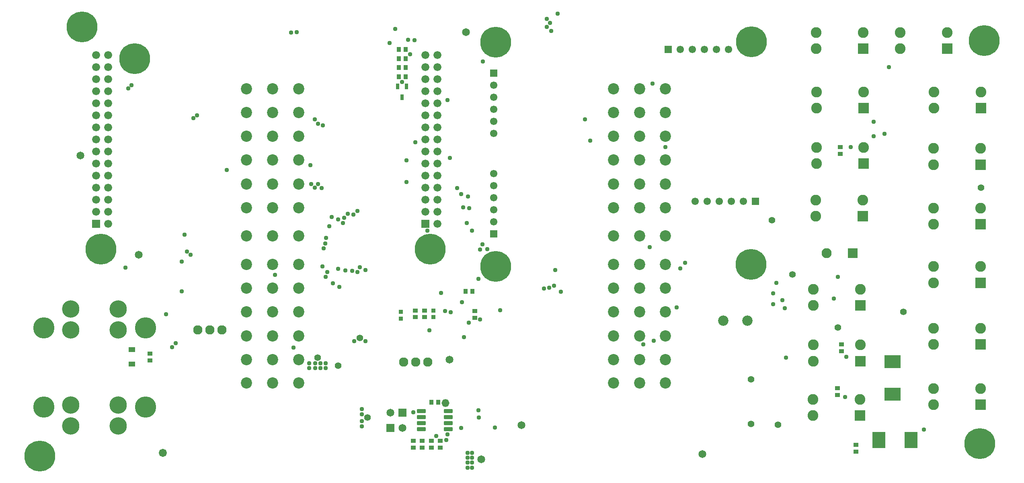
<source format=gbs>
G04*
G04 #@! TF.GenerationSoftware,Altium Limited,Altium Designer,22.10.1 (41)*
G04*
G04 Layer_Color=16711935*
%FSLAX23Y23*%
%MOIN*%
G70*
G04*
G04 #@! TF.SameCoordinates,75F1CFA2-9E1D-427A-8FB2-C6D19FE5AEEE*
G04*
G04*
G04 #@! TF.FilePolarity,Negative*
G04*
G01*
G75*
%ADD46R,0.034X0.041*%
%ADD49R,0.036X0.036*%
%ADD50R,0.041X0.037*%
%ADD51R,0.041X0.034*%
%ADD55R,0.037X0.041*%
G04:AMPARAMS|DCode=61|XSize=32mil|YSize=71mil|CornerRadius=5mil|HoleSize=0mil|Usage=FLASHONLY|Rotation=270.000|XOffset=0mil|YOffset=0mil|HoleType=Round|Shape=RoundedRectangle|*
%AMROUNDEDRECTD61*
21,1,0.032,0.061,0,0,270.0*
21,1,0.022,0.071,0,0,270.0*
1,1,0.010,-0.031,-0.011*
1,1,0.010,-0.031,0.011*
1,1,0.010,0.031,0.011*
1,1,0.010,0.031,-0.011*
%
%ADD61ROUNDEDRECTD61*%
%ADD65C,0.144*%
%ADD66C,0.093*%
%ADD67C,0.077*%
%ADD68C,0.065*%
%ADD69R,0.065X0.065*%
%ADD70C,0.061*%
%ADD71R,0.061X0.061*%
%ADD72C,0.066*%
%ADD73R,0.066X0.066*%
%ADD74C,0.086*%
%ADD75R,0.089X0.089*%
%ADD76C,0.089*%
%ADD77C,0.083*%
%ADD78R,0.083X0.083*%
%ADD79R,0.061X0.061*%
%ADD80O,0.065X0.065*%
%ADD81O,0.065X0.067*%
%ADD82C,0.037*%
%ADD83C,0.056*%
%ADD84C,0.256*%
%ADD85C,0.176*%
%ADD129R,0.136X0.106*%
%ADD130R,0.106X0.136*%
%ADD131R,0.053X0.041*%
%ADD132R,0.053X0.041*%
%ADD133R,0.030X0.051*%
D46*
X3724Y1611D02*
D03*
X3668D02*
D03*
D49*
X3415Y2358D02*
D03*
Y2303D02*
D03*
X3685Y2315D02*
D03*
Y2370D02*
D03*
D50*
X3535Y2315D02*
D03*
Y2370D02*
D03*
X3610Y2315D02*
D03*
Y2370D02*
D03*
X4026Y2365D02*
D03*
Y2310D02*
D03*
X3516Y1232D02*
D03*
Y1288D02*
D03*
X3591Y1232D02*
D03*
Y1288D02*
D03*
X3666D02*
D03*
Y1232D02*
D03*
D51*
X7035Y1725D02*
D03*
Y1670D02*
D03*
X7188Y1199D02*
D03*
Y1255D02*
D03*
X7058Y3726D02*
D03*
Y3670D02*
D03*
X7068Y2089D02*
D03*
Y2033D02*
D03*
X1335Y2013D02*
D03*
Y1957D02*
D03*
X3741Y1232D02*
D03*
Y1288D02*
D03*
D55*
X4008Y2528D02*
D03*
X3952D02*
D03*
X3397Y4310D02*
D03*
X3453D02*
D03*
X3397Y4535D02*
D03*
X3453D02*
D03*
Y4460D02*
D03*
X3397D02*
D03*
X3453Y4385D02*
D03*
X3397D02*
D03*
D61*
X3585Y1385D02*
D03*
Y1435D02*
D03*
Y1485D02*
D03*
Y1535D02*
D03*
X3808Y1385D02*
D03*
Y1435D02*
D03*
Y1485D02*
D03*
Y1535D02*
D03*
D65*
X678Y2384D02*
D03*
Y2211D02*
D03*
X1072Y2384D02*
D03*
Y2211D02*
D03*
Y1412D02*
D03*
Y1585D02*
D03*
X678Y1412D02*
D03*
Y1585D02*
D03*
D66*
X2352Y2988D02*
D03*
Y1768D02*
D03*
X2135D02*
D03*
X2568Y1964D02*
D03*
X2135Y3224D02*
D03*
Y4208D02*
D03*
X2352D02*
D03*
X2568D02*
D03*
X2135Y4012D02*
D03*
X2352D02*
D03*
X2568D02*
D03*
X2135Y3815D02*
D03*
X2352D02*
D03*
X2568D02*
D03*
X2135Y3618D02*
D03*
X2352D02*
D03*
X2568D02*
D03*
X2135Y3421D02*
D03*
X2352D02*
D03*
X2568D02*
D03*
X2352Y3224D02*
D03*
X2568D02*
D03*
X2135Y2988D02*
D03*
X2568D02*
D03*
X2135Y2752D02*
D03*
X2352D02*
D03*
X2568D02*
D03*
X2135Y2555D02*
D03*
X2352D02*
D03*
X2568D02*
D03*
X2135Y2358D02*
D03*
X2352D02*
D03*
X2568D02*
D03*
X2135Y2161D02*
D03*
X2352D02*
D03*
X2135Y1964D02*
D03*
X2352D02*
D03*
X2568Y1768D02*
D03*
Y2161D02*
D03*
X5176Y2752D02*
D03*
X5393Y3815D02*
D03*
Y4012D02*
D03*
X5176Y4208D02*
D03*
X5393D02*
D03*
X5609D02*
D03*
X5176Y4012D02*
D03*
X5609D02*
D03*
X5176Y3815D02*
D03*
X5609D02*
D03*
X5176Y3618D02*
D03*
X5393D02*
D03*
X5609D02*
D03*
X5176Y3421D02*
D03*
X5393D02*
D03*
X5609D02*
D03*
X5176Y3224D02*
D03*
X5393D02*
D03*
X5609D02*
D03*
X5176Y2988D02*
D03*
X5393D02*
D03*
X5609D02*
D03*
X5393Y2752D02*
D03*
X5609D02*
D03*
X5176Y2555D02*
D03*
X5393D02*
D03*
X5609D02*
D03*
X5176Y2358D02*
D03*
X5609D02*
D03*
X5176Y2161D02*
D03*
X5393D02*
D03*
X5609D02*
D03*
X5176Y1964D02*
D03*
X5393D02*
D03*
X5609D02*
D03*
X5176Y1768D02*
D03*
X5609D02*
D03*
X5393Y2358D02*
D03*
Y1768D02*
D03*
D67*
X1731Y2211D02*
D03*
X1831D02*
D03*
X1931D02*
D03*
X3636Y1943D02*
D03*
X3536D02*
D03*
X3436D02*
D03*
D68*
X3819Y1964D02*
D03*
X1240Y2832D02*
D03*
X3428Y1396D02*
D03*
X3328Y1524D02*
D03*
X5915Y1180D02*
D03*
X3954Y4680D02*
D03*
X4081Y1137D02*
D03*
X4415Y1419D02*
D03*
X756Y3657D02*
D03*
D69*
X3328Y1396D02*
D03*
X3428Y1524D02*
D03*
D70*
X6130Y4535D02*
D03*
X6030D02*
D03*
X5930D02*
D03*
X5830D02*
D03*
X5730D02*
D03*
X5855Y3275D02*
D03*
X5955D02*
D03*
X6055D02*
D03*
X6155D02*
D03*
X6255D02*
D03*
X4185Y4240D02*
D03*
Y4140D02*
D03*
Y4040D02*
D03*
Y3940D02*
D03*
Y3840D02*
D03*
Y3105D02*
D03*
Y3205D02*
D03*
Y3305D02*
D03*
Y3405D02*
D03*
Y3505D02*
D03*
D71*
X5630Y4535D02*
D03*
X6355Y3275D02*
D03*
D72*
X3618Y3290D02*
D03*
Y3390D02*
D03*
X3718Y4490D02*
D03*
Y4390D02*
D03*
X3618Y4490D02*
D03*
Y4390D02*
D03*
X3718Y4290D02*
D03*
Y4190D02*
D03*
Y4090D02*
D03*
Y3990D02*
D03*
Y3890D02*
D03*
Y3790D02*
D03*
Y3690D02*
D03*
Y3590D02*
D03*
Y3490D02*
D03*
Y3390D02*
D03*
Y3290D02*
D03*
Y3190D02*
D03*
Y3090D02*
D03*
X3618Y4290D02*
D03*
Y4190D02*
D03*
Y4090D02*
D03*
Y3990D02*
D03*
Y3890D02*
D03*
Y3790D02*
D03*
Y3690D02*
D03*
Y3590D02*
D03*
Y3490D02*
D03*
Y3190D02*
D03*
X989Y4490D02*
D03*
Y4390D02*
D03*
X889Y4490D02*
D03*
Y4390D02*
D03*
X989Y4290D02*
D03*
Y4190D02*
D03*
Y4090D02*
D03*
Y3990D02*
D03*
Y3790D02*
D03*
Y3690D02*
D03*
Y3590D02*
D03*
Y3490D02*
D03*
Y3390D02*
D03*
Y3290D02*
D03*
Y3190D02*
D03*
Y3090D02*
D03*
X889Y4290D02*
D03*
Y4190D02*
D03*
Y4090D02*
D03*
Y3990D02*
D03*
Y3890D02*
D03*
Y3790D02*
D03*
Y3690D02*
D03*
Y3490D02*
D03*
Y3390D02*
D03*
Y3290D02*
D03*
Y3190D02*
D03*
X989Y3890D02*
D03*
X889Y3590D02*
D03*
D73*
X3618Y3090D02*
D03*
X889D02*
D03*
D74*
X6086Y2287D02*
D03*
X6286D02*
D03*
D75*
X7249Y4543D02*
D03*
X7223Y2413D02*
D03*
X7244Y3152D02*
D03*
X7250Y3590D02*
D03*
X8221Y2601D02*
D03*
X8220Y2090D02*
D03*
X8225Y4050D02*
D03*
X8221Y3581D02*
D03*
X7222Y1499D02*
D03*
X7223Y1951D02*
D03*
X7250Y4050D02*
D03*
X8220Y1590D02*
D03*
X8221Y3085D02*
D03*
X7945Y4543D02*
D03*
D76*
X6859D02*
D03*
Y4677D02*
D03*
X7249D02*
D03*
X7223Y2547D02*
D03*
X6833D02*
D03*
Y2413D02*
D03*
X6854Y3152D02*
D03*
Y3286D02*
D03*
X7244D02*
D03*
X6860Y3590D02*
D03*
Y3723D02*
D03*
X7250D02*
D03*
X8221Y2735D02*
D03*
X7831D02*
D03*
Y2601D02*
D03*
X7830Y2090D02*
D03*
Y2223D02*
D03*
X8220D02*
D03*
X8225Y4184D02*
D03*
X7835D02*
D03*
Y4050D02*
D03*
X8221Y3715D02*
D03*
X7831D02*
D03*
Y3581D02*
D03*
X7222Y1633D02*
D03*
X6832D02*
D03*
Y1499D02*
D03*
X7223Y2085D02*
D03*
X6833D02*
D03*
Y1951D02*
D03*
X7250Y4184D02*
D03*
X6860D02*
D03*
Y4050D02*
D03*
X8220Y1723D02*
D03*
X7830D02*
D03*
Y1590D02*
D03*
X7831Y3085D02*
D03*
Y3219D02*
D03*
X8221D02*
D03*
X7555Y4543D02*
D03*
Y4677D02*
D03*
X7945D02*
D03*
D77*
X6944Y2846D02*
D03*
D78*
X7160D02*
D03*
D79*
X4185Y4340D02*
D03*
Y3005D02*
D03*
D80*
X3784Y1603D02*
D03*
D81*
X1442Y1189D02*
D03*
D82*
X7108Y1985D02*
D03*
X7099Y1652D02*
D03*
X1130Y2725D02*
D03*
X6500Y2422D02*
D03*
X6598Y2389D02*
D03*
X6609Y1980D02*
D03*
X3791Y1296D02*
D03*
X3800Y1344D02*
D03*
X3706Y1329D02*
D03*
X3968Y1151D02*
D03*
X4004Y1066D02*
D03*
X3968Y1108D02*
D03*
X4004Y1188D02*
D03*
Y1151D02*
D03*
Y1108D02*
D03*
X3968Y1066D02*
D03*
Y1188D02*
D03*
X3516Y1526D02*
D03*
X7750Y1384D02*
D03*
X4070Y2296D02*
D03*
X4193Y1401D02*
D03*
X3780Y2366D02*
D03*
X3827Y2356D02*
D03*
X3747Y2517D02*
D03*
X3092Y1453D02*
D03*
Y1411D02*
D03*
Y1509D02*
D03*
Y1554D02*
D03*
X3120Y2117D02*
D03*
X3027D02*
D03*
X2792Y1892D02*
D03*
X2747D02*
D03*
X2703D02*
D03*
X2655D02*
D03*
X2792Y1933D02*
D03*
X2747D02*
D03*
X2703D02*
D03*
X2655D02*
D03*
X1182Y4241D02*
D03*
X1155Y4214D02*
D03*
X3651Y2207D02*
D03*
X2525Y2062D02*
D03*
X2905Y2565D02*
D03*
X4057Y1542D02*
D03*
X3915Y1396D02*
D03*
X1597Y2775D02*
D03*
X1548Y2099D02*
D03*
X1597Y2530D02*
D03*
X4060Y1484D02*
D03*
X1467Y2340D02*
D03*
X2774Y2886D02*
D03*
X2789Y2927D02*
D03*
X2795Y2972D02*
D03*
X2840Y3145D02*
D03*
X2820Y3070D02*
D03*
X2765Y2735D02*
D03*
X3938Y2149D02*
D03*
X3977Y2269D02*
D03*
X6529Y2598D02*
D03*
X4239Y2373D02*
D03*
X6500Y2514D02*
D03*
X6577Y2455D02*
D03*
X5512Y2118D02*
D03*
X7143Y3726D02*
D03*
X7038Y2648D02*
D03*
X7005Y2470D02*
D03*
X4056Y2632D02*
D03*
X3010Y2700D02*
D03*
X2945Y3140D02*
D03*
X3054Y2690D02*
D03*
X2975Y3172D02*
D03*
X2372Y2667D02*
D03*
X3535Y3765D02*
D03*
X3366Y4705D02*
D03*
X3526Y4614D02*
D03*
X4093Y4436D02*
D03*
X4714Y4832D02*
D03*
X5501Y4254D02*
D03*
X1724Y3991D02*
D03*
X1694Y3967D02*
D03*
X1641Y2859D02*
D03*
X1670Y2834D02*
D03*
X1971Y3536D02*
D03*
X3120Y2705D02*
D03*
X3055Y3195D02*
D03*
X3075Y2730D02*
D03*
X3020Y3165D02*
D03*
X2850Y2595D02*
D03*
X4130Y2880D02*
D03*
X4600Y2552D02*
D03*
X2895Y3125D02*
D03*
Y2715D02*
D03*
X4645Y2560D02*
D03*
X2935Y3095D02*
D03*
X4070Y2875D02*
D03*
X2955Y2704D02*
D03*
X2805Y2690D02*
D03*
X2790Y2650D02*
D03*
X3635Y3032D02*
D03*
X4003D02*
D03*
X4940Y3956D02*
D03*
X3980Y3220D02*
D03*
X3960Y3095D02*
D03*
X3802Y4116D02*
D03*
X2729Y3920D02*
D03*
X2700Y3955D02*
D03*
X2769Y3906D02*
D03*
X2757Y3385D02*
D03*
X2700Y3390D02*
D03*
X2729Y3420D02*
D03*
X1517Y2067D02*
D03*
X5609Y3725D02*
D03*
X5700Y2395D02*
D03*
X5476Y2895D02*
D03*
X5425Y2090D02*
D03*
X7425Y3835D02*
D03*
X5770Y2765D02*
D03*
X3970Y3315D02*
D03*
X3915Y3335D02*
D03*
X3880Y3385D02*
D03*
X3932Y3225D02*
D03*
X4090Y2920D02*
D03*
X4695Y2705D02*
D03*
X4985Y3780D02*
D03*
X4660Y4690D02*
D03*
X4650Y4755D02*
D03*
X4625Y4790D02*
D03*
Y4722D02*
D03*
X3320Y4590D02*
D03*
X3475Y4615D02*
D03*
X2550Y4680D02*
D03*
X2505Y4675D02*
D03*
X4685Y2576D02*
D03*
X4740Y2525D02*
D03*
X3462Y3435D02*
D03*
Y3615D02*
D03*
X3820Y3635D02*
D03*
X2670Y3421D02*
D03*
X2665Y3575D02*
D03*
X7335Y3815D02*
D03*
Y3935D02*
D03*
X3490Y4495D02*
D03*
X3425Y4265D02*
D03*
X3920Y2440D02*
D03*
X7460Y4390D02*
D03*
X5730Y2720D02*
D03*
X1620Y3000D02*
D03*
D83*
X7038Y2231D02*
D03*
X3139Y1484D02*
D03*
X2724Y1981D02*
D03*
X6541Y1423D02*
D03*
X3075Y2143D02*
D03*
X2895Y1913D02*
D03*
X6319Y1428D02*
D03*
X7581Y2360D02*
D03*
X8225Y3390D02*
D03*
X6662Y2671D02*
D03*
X6492Y3121D02*
D03*
X6319Y1800D02*
D03*
D84*
X8215Y1265D02*
D03*
X421Y1163D02*
D03*
X771Y4722D02*
D03*
X6319Y2752D02*
D03*
X4200Y2735D02*
D03*
Y4595D02*
D03*
X3657Y2880D02*
D03*
X8250Y4610D02*
D03*
X1206Y4459D02*
D03*
X928Y2878D02*
D03*
X6320Y4600D02*
D03*
D85*
X453Y2225D02*
D03*
X1298D02*
D03*
X1298Y1571D02*
D03*
X453D02*
D03*
D129*
X7492Y1945D02*
D03*
Y1677D02*
D03*
D130*
X7645Y1295D02*
D03*
X7377D02*
D03*
D131*
X1185Y2045D02*
D03*
D132*
Y1925D02*
D03*
D133*
X3425Y4141D02*
D03*
X3462Y4229D02*
D03*
X3388D02*
D03*
M02*

</source>
